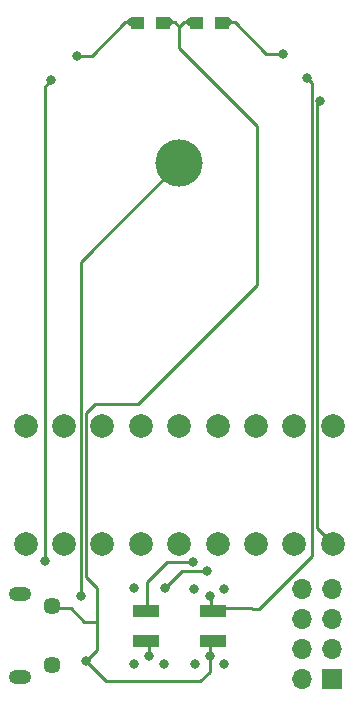
<source format=gbr>
%TF.GenerationSoftware,KiCad,Pcbnew,5.1.6-c6e7f7d~87~ubuntu20.04.1*%
%TF.CreationDate,2020-08-20T18:56:20-06:00*%
%TF.ProjectId,decade,64656361-6465-42e6-9b69-6361645f7063,rev?*%
%TF.SameCoordinates,Original*%
%TF.FileFunction,Copper,L2,Bot*%
%TF.FilePolarity,Positive*%
%FSLAX46Y46*%
G04 Gerber Fmt 4.6, Leading zero omitted, Abs format (unit mm)*
G04 Created by KiCad (PCBNEW 5.1.6-c6e7f7d~87~ubuntu20.04.1) date 2020-08-20 18:56:20*
%MOMM*%
%LPD*%
G01*
G04 APERTURE LIST*
%TA.AperFunction,EtchedComponent*%
%ADD10C,0.050000*%
%TD*%
%TA.AperFunction,ComponentPad*%
%ADD11C,0.700000*%
%TD*%
%TA.AperFunction,ComponentPad*%
%ADD12O,1.700000X1.700000*%
%TD*%
%TA.AperFunction,ComponentPad*%
%ADD13R,1.700000X1.700000*%
%TD*%
%TA.AperFunction,ComponentPad*%
%ADD14O,1.900000X1.200000*%
%TD*%
%TA.AperFunction,ComponentPad*%
%ADD15C,1.450000*%
%TD*%
%TA.AperFunction,SMDPad,CuDef*%
%ADD16R,2.220000X1.020000*%
%TD*%
%TA.AperFunction,ViaPad*%
%ADD17C,0.300000*%
%TD*%
%TA.AperFunction,ComponentPad*%
%ADD18C,4.000000*%
%TD*%
%TA.AperFunction,ComponentPad*%
%ADD19C,2.000000*%
%TD*%
%TA.AperFunction,ViaPad*%
%ADD20C,0.800000*%
%TD*%
%TA.AperFunction,Conductor*%
%ADD21C,0.250000*%
%TD*%
G04 APERTURE END LIST*
D10*
%TO.C,D2*%
G36*
X116950000Y-50100000D02*
G01*
X115900000Y-50100000D01*
X115900000Y-51100000D01*
X116950000Y-51100000D01*
X116950000Y-50100000D01*
G37*
X116950000Y-50100000D02*
X115900000Y-50100000D01*
X115900000Y-51100000D01*
X116950000Y-51100000D01*
X116950000Y-50100000D01*
G36*
X119100000Y-50100000D02*
G01*
X118050000Y-50100000D01*
X118050000Y-51100000D01*
X119100000Y-51100000D01*
X119100000Y-50100000D01*
G37*
X119100000Y-50100000D02*
X118050000Y-50100000D01*
X118050000Y-51100000D01*
X119100000Y-51100000D01*
X119100000Y-50100000D01*
%TO.C,D1*%
G36*
X113050000Y-51100000D02*
G01*
X114100000Y-51100000D01*
X114100000Y-50100000D01*
X113050000Y-50100000D01*
X113050000Y-51100000D01*
G37*
X113050000Y-51100000D02*
X114100000Y-51100000D01*
X114100000Y-50100000D01*
X113050000Y-50100000D01*
X113050000Y-51100000D01*
G36*
X110900000Y-51100000D02*
G01*
X111950000Y-51100000D01*
X111950000Y-50100000D01*
X110900000Y-50100000D01*
X110900000Y-51100000D01*
G37*
X110900000Y-51100000D02*
X111950000Y-51100000D01*
X111950000Y-50100000D01*
X110900000Y-50100000D01*
X110900000Y-51100000D01*
%TD*%
D11*
%TO.P,D2,1*%
%TO.N,GND*%
X115900000Y-50600000D03*
%TO.P,D2,2*%
%TO.N,Net-(D2-Pad2)*%
X119100000Y-50600000D03*
%TD*%
%TO.P,D1,1*%
%TO.N,GND*%
X114100000Y-50600000D03*
%TO.P,D1,2*%
%TO.N,Net-(D1-Pad2)*%
X110900000Y-50600000D03*
%TD*%
D12*
%TO.P,J4,8*%
%TO.N,/THRU*%
X125410000Y-98580000D03*
%TO.P,J4,7*%
%TO.N,/IN*%
X127950000Y-98580000D03*
%TO.P,J4,6*%
%TO.N,/THRU*%
X125410000Y-101120000D03*
%TO.P,J4,5*%
%TO.N,/IN*%
X127950000Y-101120000D03*
%TO.P,J4,4*%
%TO.N,/THRU*%
X125410000Y-103660000D03*
%TO.P,J4,3*%
%TO.N,/IN*%
X127950000Y-103660000D03*
%TO.P,J4,2*%
%TO.N,/THRU*%
X125410000Y-106200000D03*
D13*
%TO.P,J4,1*%
%TO.N,/IN*%
X127950000Y-106200000D03*
%TD*%
D14*
%TO.P,J3,6*%
%TO.N,GND*%
X101487500Y-106000000D03*
X101487500Y-99000000D03*
D15*
X104187500Y-105000000D03*
X104187500Y-100000000D03*
%TD*%
D16*
%TO.P,J2,4*%
%TO.N,GND*%
X117835000Y-102970000D03*
%TO.P,J2,3*%
%TO.N,/THRU*%
X112185000Y-102970000D03*
%TO.P,J2,2*%
%TO.N,+5V*%
X117835000Y-100430000D03*
%TO.P,J2,1*%
%TO.N,/OUT*%
X112185000Y-100430000D03*
%TD*%
D17*
%TO.N,/IN*%
%TO.C,SW1*%
X115000000Y-61000000D03*
X113939000Y-63561000D03*
X116061000Y-63561000D03*
X116061000Y-61439000D03*
X113500000Y-62500000D03*
X115000000Y-64000000D03*
X116500000Y-62500000D03*
X113939000Y-61439000D03*
D18*
%TD*%
%TO.P,SW1,C*%
%TO.N,/IN*%
X115000000Y-62500000D03*
D19*
%TO.P,R1,2*%
%TO.N,/OUT*%
X128000000Y-94750000D03*
%TO.P,R1,1*%
%TO.N,Net-(R1-Pad1)*%
X128000000Y-84750000D03*
%TD*%
%TO.P,R2,2*%
%TO.N,Net-(R1-Pad1)*%
X124750000Y-84750000D03*
%TO.P,R2,1*%
%TO.N,Net-(R2-Pad1)*%
X124750000Y-94750000D03*
%TD*%
%TO.P,R3,2*%
%TO.N,Net-(R2-Pad1)*%
X121500000Y-94750000D03*
%TO.P,R3,1*%
%TO.N,Net-(R3-Pad1)*%
X121500000Y-84750000D03*
%TD*%
%TO.P,R4,2*%
%TO.N,Net-(R3-Pad1)*%
X118250000Y-84750000D03*
%TO.P,R4,1*%
%TO.N,Net-(R4-Pad1)*%
X118250000Y-94750000D03*
%TD*%
%TO.P,R5,2*%
%TO.N,Net-(R4-Pad1)*%
X115000000Y-94750000D03*
%TO.P,R5,1*%
%TO.N,Net-(R5-Pad1)*%
X115000000Y-84750000D03*
%TD*%
%TO.P,R6,2*%
%TO.N,Net-(R5-Pad1)*%
X111750000Y-84750000D03*
%TO.P,R6,1*%
%TO.N,Net-(R6-Pad1)*%
X111750000Y-94750000D03*
%TD*%
%TO.P,R7,2*%
%TO.N,Net-(R6-Pad1)*%
X108500000Y-94750000D03*
%TO.P,R7,1*%
%TO.N,Net-(R7-Pad1)*%
X108500000Y-84750000D03*
%TD*%
%TO.P,R8,2*%
%TO.N,Net-(R7-Pad1)*%
X105250000Y-84750000D03*
%TO.P,R8,1*%
%TO.N,Net-(R8-Pad1)*%
X105250000Y-94750000D03*
%TD*%
%TO.P,R9,2*%
%TO.N,Net-(R8-Pad1)*%
X102000000Y-94750000D03*
%TO.P,R9,1*%
%TO.N,Net-(R9-Pad1)*%
X102000000Y-84750000D03*
%TD*%
D20*
%TO.N,/OUT*%
X126925010Y-57250000D03*
X116124990Y-96324990D03*
%TO.N,/IN*%
X113800000Y-98500000D03*
X111200000Y-98500000D03*
X106675000Y-99150000D03*
X117325000Y-97050000D03*
%TO.N,/THRU*%
X111200000Y-104900000D03*
X113700000Y-104900000D03*
X112475000Y-104225000D03*
%TO.N,GND*%
X118800000Y-104900000D03*
X117575000Y-104225000D03*
X116300000Y-104900000D03*
X117835000Y-102970000D03*
X107100000Y-104700000D03*
%TO.N,+5V*%
X118800000Y-98600000D03*
X125844717Y-55335796D03*
X104144537Y-55500000D03*
X103597468Y-96182276D03*
X117625000Y-99175000D03*
X116270000Y-98530000D03*
X117835000Y-100430000D03*
%TO.N,Net-(D1-Pad2)*%
X106350000Y-53400000D03*
%TO.N,Net-(D2-Pad2)*%
X123748179Y-53250000D03*
%TD*%
D21*
%TO.N,/OUT*%
X126650011Y-57524999D02*
X126925010Y-57250000D01*
X126650011Y-93400011D02*
X126650011Y-57524999D01*
X128000000Y-94750000D02*
X126650011Y-93400011D01*
X112200000Y-100395000D02*
X112205000Y-100395000D01*
X112205000Y-100395000D02*
X112300000Y-100300000D01*
X112300000Y-100300000D02*
X112300000Y-98000000D01*
X112300000Y-98000000D02*
X113975010Y-96324990D01*
X113975010Y-96324990D02*
X116124990Y-96324990D01*
%TO.N,/IN*%
X106650000Y-70850000D02*
X106650000Y-99125000D01*
X115000000Y-62500000D02*
X106650000Y-70850000D01*
X106650000Y-99125000D02*
X106675000Y-99150000D01*
X113800000Y-98500000D02*
X115250000Y-97050000D01*
X115250000Y-97050000D02*
X117325000Y-97050000D01*
%TO.N,/THRU*%
X112475000Y-103260000D02*
X112185000Y-102970000D01*
X112475000Y-104225000D02*
X112475000Y-103260000D01*
%TO.N,GND*%
X117600000Y-103205000D02*
X117600000Y-104200000D01*
X117600000Y-104200000D02*
X117575000Y-104225000D01*
X116800000Y-106400000D02*
X117575000Y-105625000D01*
X108800000Y-106400000D02*
X116800000Y-106400000D01*
X107100000Y-104700000D02*
X108800000Y-106400000D01*
X117575000Y-105625000D02*
X117575000Y-104225000D01*
X117835000Y-102970000D02*
X117600000Y-103205000D01*
X114600000Y-50600000D02*
X115000000Y-51000000D01*
X114100000Y-50600000D02*
X114600000Y-50600000D01*
X115400000Y-50600000D02*
X115900000Y-50600000D01*
X115000000Y-51000000D02*
X115400000Y-50600000D01*
X107100000Y-97526997D02*
X108025000Y-98451997D01*
X108025000Y-103775000D02*
X107100000Y-104700000D01*
X107900000Y-82900000D02*
X107100000Y-83700000D01*
X111500000Y-82900000D02*
X107900000Y-82900000D01*
X121575001Y-72824999D02*
X111500000Y-82900000D01*
X121575001Y-59343999D02*
X121575001Y-72824999D01*
X107100000Y-83700000D02*
X107100000Y-97526997D01*
X115000000Y-52768998D02*
X121575001Y-59343999D01*
X115000000Y-51000000D02*
X115000000Y-52768998D01*
X108025000Y-98451997D02*
X108025000Y-101325000D01*
X108025000Y-101325000D02*
X108025000Y-103775000D01*
X104362500Y-100175000D02*
X104187500Y-100000000D01*
X105800000Y-100175000D02*
X104362500Y-100175000D01*
X106950000Y-101325000D02*
X105800000Y-100175000D01*
X108025000Y-101325000D02*
X106950000Y-101325000D01*
%TO.N,+5V*%
X125680513Y-55500000D02*
X125844717Y-55335796D01*
X104144537Y-55500000D02*
X103597468Y-56047069D01*
X103597468Y-56047069D02*
X103597468Y-96182276D01*
X126200000Y-55691079D02*
X125844717Y-55335796D01*
X126200000Y-95750000D02*
X126200000Y-55691079D01*
X121125000Y-100225000D02*
X121725000Y-100225000D01*
X121725000Y-100225000D02*
X126200000Y-95750000D01*
X121120000Y-100220000D02*
X121125000Y-100225000D01*
X117625000Y-100220000D02*
X121120000Y-100220000D01*
X117835000Y-100430000D02*
X117625000Y-100220000D01*
X117675000Y-99225000D02*
X117625000Y-99175000D01*
X117675000Y-100270000D02*
X117675000Y-99225000D01*
X117835000Y-100430000D02*
X117675000Y-100270000D01*
%TO.N,Net-(D1-Pad2)*%
X106200000Y-53400000D02*
X106350000Y-53400000D01*
X110400000Y-50600000D02*
X110900000Y-50600000D01*
X107600000Y-53400000D02*
X110400000Y-50600000D01*
X106350000Y-53400000D02*
X107600000Y-53400000D01*
%TO.N,Net-(D2-Pad2)*%
X122350000Y-53250000D02*
X123748179Y-53250000D01*
X119700000Y-50600000D02*
X122350000Y-53250000D01*
X119100000Y-50600000D02*
X119700000Y-50600000D01*
%TD*%
M02*

</source>
